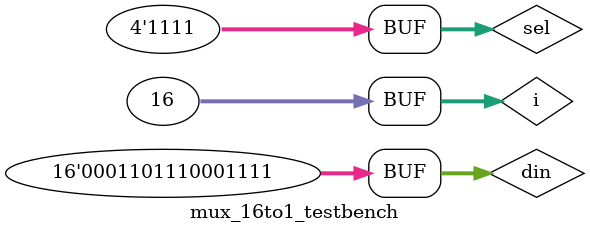
<source format=sv>
module mux_16to1 (out, din, sel);
    input logic [15:0] din;
    input logic [3:0] sel;
    output logic out;

    logic [1:0] tmp;

    mux_8to1 m0 (.out(tmp[0]), .din(din[7:0]),  .sel(sel[2:0]));
    mux_8to1 m1 (.out(tmp[1]), .din(din[15:8]), .sel(sel[2:0]));

    mux_2to1 mf (.out, .din(tmp), .sel(sel[3]));
endmodule

module mux_16to1_testbench;
    logic [15:0] din;
    logic [3:0] sel;
    logic out;

    parameter delay = 10;

    integer i;
    initial begin
        for (i = 0; i < 16; i++) begin
            din = 16'hac81 * i;
            sel = i;
            #delay;
        end
    end

    mux_16to1 dut (.out, .din, .sel);
endmodule

</source>
